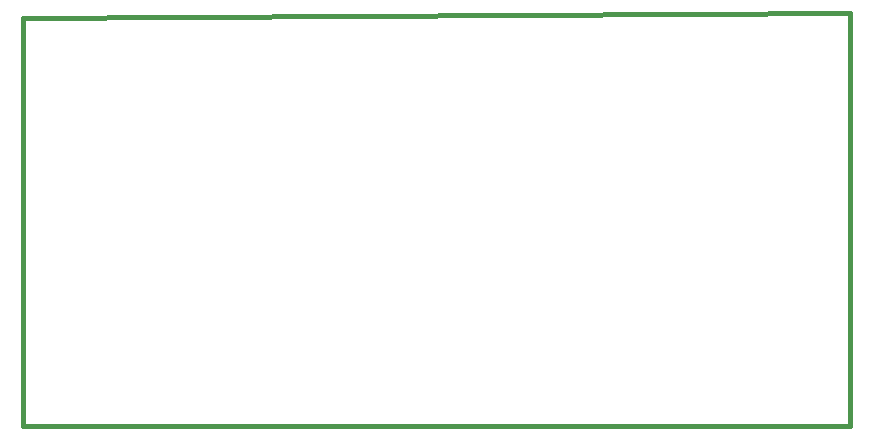
<source format=gm1>
G75*
%MOIN*%
%OFA0B0*%
%FSLAX25Y25*%
%IPPOS*%
%LPD*%
%AMOC8*
5,1,8,0,0,1.08239X$1,22.5*
%
%ADD10C,0.01600*%
D10*
X0046800Y0006794D02*
X0046800Y0142995D01*
X0322391Y0144589D01*
X0322391Y0006794D01*
X0046800Y0006794D01*
M02*

</source>
